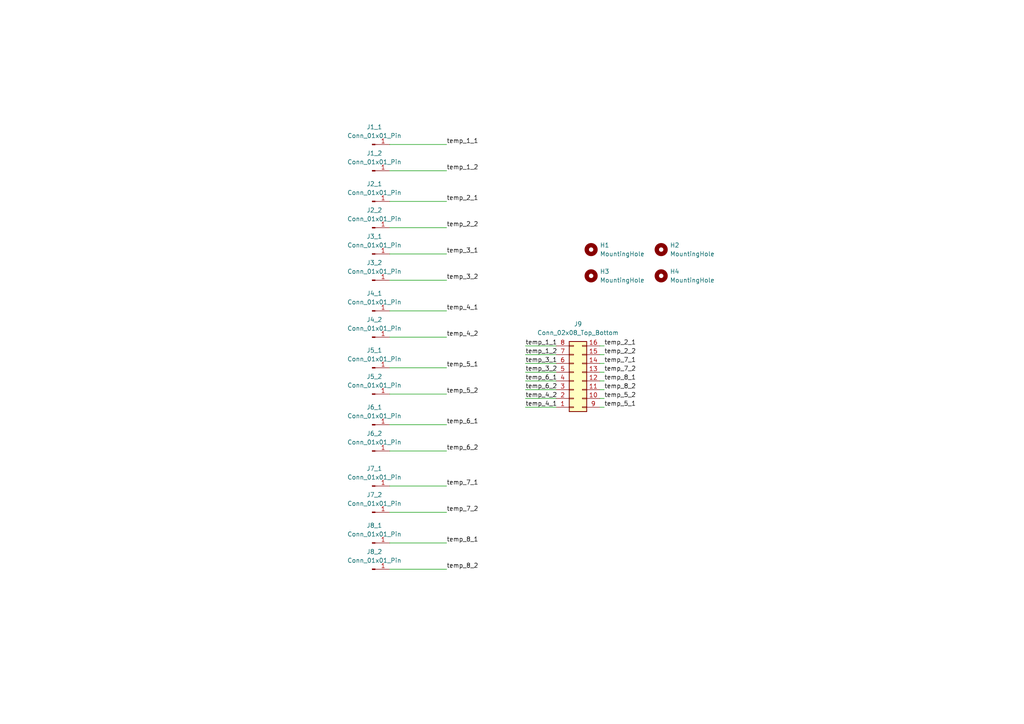
<source format=kicad_sch>
(kicad_sch
	(version 20250114)
	(generator "eeschema")
	(generator_version "9.0")
	(uuid "fdfbf200-511b-497c-97ca-978afe2d6925")
	(paper "A4")
	(lib_symbols
		(symbol "Connector:Conn_01x01_Pin"
			(pin_names
				(offset 1.016)
				(hide yes)
			)
			(exclude_from_sim no)
			(in_bom yes)
			(on_board yes)
			(property "Reference" "J"
				(at 0 2.54 0)
				(effects
					(font
						(size 1.27 1.27)
					)
				)
			)
			(property "Value" "Conn_01x01_Pin"
				(at 0 -2.54 0)
				(effects
					(font
						(size 1.27 1.27)
					)
				)
			)
			(property "Footprint" ""
				(at 0 0 0)
				(effects
					(font
						(size 1.27 1.27)
					)
					(hide yes)
				)
			)
			(property "Datasheet" "~"
				(at 0 0 0)
				(effects
					(font
						(size 1.27 1.27)
					)
					(hide yes)
				)
			)
			(property "Description" "Generic connector, single row, 01x01, script generated"
				(at 0 0 0)
				(effects
					(font
						(size 1.27 1.27)
					)
					(hide yes)
				)
			)
			(property "ki_locked" ""
				(at 0 0 0)
				(effects
					(font
						(size 1.27 1.27)
					)
				)
			)
			(property "ki_keywords" "connector"
				(at 0 0 0)
				(effects
					(font
						(size 1.27 1.27)
					)
					(hide yes)
				)
			)
			(property "ki_fp_filters" "Connector*:*_1x??_*"
				(at 0 0 0)
				(effects
					(font
						(size 1.27 1.27)
					)
					(hide yes)
				)
			)
			(symbol "Conn_01x01_Pin_1_1"
				(rectangle
					(start 0.8636 0.127)
					(end 0 -0.127)
					(stroke
						(width 0.1524)
						(type default)
					)
					(fill
						(type outline)
					)
				)
				(polyline
					(pts
						(xy 1.27 0) (xy 0.8636 0)
					)
					(stroke
						(width 0.1524)
						(type default)
					)
					(fill
						(type none)
					)
				)
				(pin passive line
					(at 5.08 0 180)
					(length 3.81)
					(name "Pin_1"
						(effects
							(font
								(size 1.27 1.27)
							)
						)
					)
					(number "1"
						(effects
							(font
								(size 1.27 1.27)
							)
						)
					)
				)
			)
			(embedded_fonts no)
		)
		(symbol "Connector_Generic:Conn_02x08_Top_Bottom"
			(pin_names
				(offset 1.016)
				(hide yes)
			)
			(exclude_from_sim no)
			(in_bom yes)
			(on_board yes)
			(property "Reference" "J"
				(at 1.27 10.16 0)
				(effects
					(font
						(size 1.27 1.27)
					)
				)
			)
			(property "Value" "Conn_02x08_Top_Bottom"
				(at 1.27 -12.7 0)
				(effects
					(font
						(size 1.27 1.27)
					)
				)
			)
			(property "Footprint" ""
				(at 0 0 0)
				(effects
					(font
						(size 1.27 1.27)
					)
					(hide yes)
				)
			)
			(property "Datasheet" "~"
				(at 0 0 0)
				(effects
					(font
						(size 1.27 1.27)
					)
					(hide yes)
				)
			)
			(property "Description" "Generic connector, double row, 02x08, top/bottom pin numbering scheme (row 1: 1...pins_per_row, row2: pins_per_row+1 ... num_pins), script generated (kicad-library-utils/schlib/autogen/connector/)"
				(at 0 0 0)
				(effects
					(font
						(size 1.27 1.27)
					)
					(hide yes)
				)
			)
			(property "ki_keywords" "connector"
				(at 0 0 0)
				(effects
					(font
						(size 1.27 1.27)
					)
					(hide yes)
				)
			)
			(property "ki_fp_filters" "Connector*:*_2x??_*"
				(at 0 0 0)
				(effects
					(font
						(size 1.27 1.27)
					)
					(hide yes)
				)
			)
			(symbol "Conn_02x08_Top_Bottom_1_1"
				(rectangle
					(start -1.27 8.89)
					(end 3.81 -11.43)
					(stroke
						(width 0.254)
						(type default)
					)
					(fill
						(type background)
					)
				)
				(rectangle
					(start -1.27 7.747)
					(end 0 7.493)
					(stroke
						(width 0.1524)
						(type default)
					)
					(fill
						(type none)
					)
				)
				(rectangle
					(start -1.27 5.207)
					(end 0 4.953)
					(stroke
						(width 0.1524)
						(type default)
					)
					(fill
						(type none)
					)
				)
				(rectangle
					(start -1.27 2.667)
					(end 0 2.413)
					(stroke
						(width 0.1524)
						(type default)
					)
					(fill
						(type none)
					)
				)
				(rectangle
					(start -1.27 0.127)
					(end 0 -0.127)
					(stroke
						(width 0.1524)
						(type default)
					)
					(fill
						(type none)
					)
				)
				(rectangle
					(start -1.27 -2.413)
					(end 0 -2.667)
					(stroke
						(width 0.1524)
						(type default)
					)
					(fill
						(type none)
					)
				)
				(rectangle
					(start -1.27 -4.953)
					(end 0 -5.207)
					(stroke
						(width 0.1524)
						(type default)
					)
					(fill
						(type none)
					)
				)
				(rectangle
					(start -1.27 -7.493)
					(end 0 -7.747)
					(stroke
						(width 0.1524)
						(type default)
					)
					(fill
						(type none)
					)
				)
				(rectangle
					(start -1.27 -10.033)
					(end 0 -10.287)
					(stroke
						(width 0.1524)
						(type default)
					)
					(fill
						(type none)
					)
				)
				(rectangle
					(start 3.81 7.747)
					(end 2.54 7.493)
					(stroke
						(width 0.1524)
						(type default)
					)
					(fill
						(type none)
					)
				)
				(rectangle
					(start 3.81 5.207)
					(end 2.54 4.953)
					(stroke
						(width 0.1524)
						(type default)
					)
					(fill
						(type none)
					)
				)
				(rectangle
					(start 3.81 2.667)
					(end 2.54 2.413)
					(stroke
						(width 0.1524)
						(type default)
					)
					(fill
						(type none)
					)
				)
				(rectangle
					(start 3.81 0.127)
					(end 2.54 -0.127)
					(stroke
						(width 0.1524)
						(type default)
					)
					(fill
						(type none)
					)
				)
				(rectangle
					(start 3.81 -2.413)
					(end 2.54 -2.667)
					(stroke
						(width 0.1524)
						(type default)
					)
					(fill
						(type none)
					)
				)
				(rectangle
					(start 3.81 -4.953)
					(end 2.54 -5.207)
					(stroke
						(width 0.1524)
						(type default)
					)
					(fill
						(type none)
					)
				)
				(rectangle
					(start 3.81 -7.493)
					(end 2.54 -7.747)
					(stroke
						(width 0.1524)
						(type default)
					)
					(fill
						(type none)
					)
				)
				(rectangle
					(start 3.81 -10.033)
					(end 2.54 -10.287)
					(stroke
						(width 0.1524)
						(type default)
					)
					(fill
						(type none)
					)
				)
				(pin passive line
					(at -5.08 7.62 0)
					(length 3.81)
					(name "Pin_1"
						(effects
							(font
								(size 1.27 1.27)
							)
						)
					)
					(number "1"
						(effects
							(font
								(size 1.27 1.27)
							)
						)
					)
				)
				(pin passive line
					(at -5.08 5.08 0)
					(length 3.81)
					(name "Pin_2"
						(effects
							(font
								(size 1.27 1.27)
							)
						)
					)
					(number "2"
						(effects
							(font
								(size 1.27 1.27)
							)
						)
					)
				)
				(pin passive line
					(at -5.08 2.54 0)
					(length 3.81)
					(name "Pin_3"
						(effects
							(font
								(size 1.27 1.27)
							)
						)
					)
					(number "3"
						(effects
							(font
								(size 1.27 1.27)
							)
						)
					)
				)
				(pin passive line
					(at -5.08 0 0)
					(length 3.81)
					(name "Pin_4"
						(effects
							(font
								(size 1.27 1.27)
							)
						)
					)
					(number "4"
						(effects
							(font
								(size 1.27 1.27)
							)
						)
					)
				)
				(pin passive line
					(at -5.08 -2.54 0)
					(length 3.81)
					(name "Pin_5"
						(effects
							(font
								(size 1.27 1.27)
							)
						)
					)
					(number "5"
						(effects
							(font
								(size 1.27 1.27)
							)
						)
					)
				)
				(pin passive line
					(at -5.08 -5.08 0)
					(length 3.81)
					(name "Pin_6"
						(effects
							(font
								(size 1.27 1.27)
							)
						)
					)
					(number "6"
						(effects
							(font
								(size 1.27 1.27)
							)
						)
					)
				)
				(pin passive line
					(at -5.08 -7.62 0)
					(length 3.81)
					(name "Pin_7"
						(effects
							(font
								(size 1.27 1.27)
							)
						)
					)
					(number "7"
						(effects
							(font
								(size 1.27 1.27)
							)
						)
					)
				)
				(pin passive line
					(at -5.08 -10.16 0)
					(length 3.81)
					(name "Pin_8"
						(effects
							(font
								(size 1.27 1.27)
							)
						)
					)
					(number "8"
						(effects
							(font
								(size 1.27 1.27)
							)
						)
					)
				)
				(pin passive line
					(at 7.62 7.62 180)
					(length 3.81)
					(name "Pin_9"
						(effects
							(font
								(size 1.27 1.27)
							)
						)
					)
					(number "9"
						(effects
							(font
								(size 1.27 1.27)
							)
						)
					)
				)
				(pin passive line
					(at 7.62 5.08 180)
					(length 3.81)
					(name "Pin_10"
						(effects
							(font
								(size 1.27 1.27)
							)
						)
					)
					(number "10"
						(effects
							(font
								(size 1.27 1.27)
							)
						)
					)
				)
				(pin passive line
					(at 7.62 2.54 180)
					(length 3.81)
					(name "Pin_11"
						(effects
							(font
								(size 1.27 1.27)
							)
						)
					)
					(number "11"
						(effects
							(font
								(size 1.27 1.27)
							)
						)
					)
				)
				(pin passive line
					(at 7.62 0 180)
					(length 3.81)
					(name "Pin_12"
						(effects
							(font
								(size 1.27 1.27)
							)
						)
					)
					(number "12"
						(effects
							(font
								(size 1.27 1.27)
							)
						)
					)
				)
				(pin passive line
					(at 7.62 -2.54 180)
					(length 3.81)
					(name "Pin_13"
						(effects
							(font
								(size 1.27 1.27)
							)
						)
					)
					(number "13"
						(effects
							(font
								(size 1.27 1.27)
							)
						)
					)
				)
				(pin passive line
					(at 7.62 -5.08 180)
					(length 3.81)
					(name "Pin_14"
						(effects
							(font
								(size 1.27 1.27)
							)
						)
					)
					(number "14"
						(effects
							(font
								(size 1.27 1.27)
							)
						)
					)
				)
				(pin passive line
					(at 7.62 -7.62 180)
					(length 3.81)
					(name "Pin_15"
						(effects
							(font
								(size 1.27 1.27)
							)
						)
					)
					(number "15"
						(effects
							(font
								(size 1.27 1.27)
							)
						)
					)
				)
				(pin passive line
					(at 7.62 -10.16 180)
					(length 3.81)
					(name "Pin_16"
						(effects
							(font
								(size 1.27 1.27)
							)
						)
					)
					(number "16"
						(effects
							(font
								(size 1.27 1.27)
							)
						)
					)
				)
			)
			(embedded_fonts no)
		)
		(symbol "Mechanical:MountingHole"
			(pin_names
				(offset 1.016)
			)
			(exclude_from_sim yes)
			(in_bom no)
			(on_board yes)
			(property "Reference" "H"
				(at 0 5.08 0)
				(effects
					(font
						(size 1.27 1.27)
					)
				)
			)
			(property "Value" "MountingHole"
				(at 0 3.175 0)
				(effects
					(font
						(size 1.27 1.27)
					)
				)
			)
			(property "Footprint" ""
				(at 0 0 0)
				(effects
					(font
						(size 1.27 1.27)
					)
					(hide yes)
				)
			)
			(property "Datasheet" "~"
				(at 0 0 0)
				(effects
					(font
						(size 1.27 1.27)
					)
					(hide yes)
				)
			)
			(property "Description" "Mounting Hole without connection"
				(at 0 0 0)
				(effects
					(font
						(size 1.27 1.27)
					)
					(hide yes)
				)
			)
			(property "ki_keywords" "mounting hole"
				(at 0 0 0)
				(effects
					(font
						(size 1.27 1.27)
					)
					(hide yes)
				)
			)
			(property "ki_fp_filters" "MountingHole*"
				(at 0 0 0)
				(effects
					(font
						(size 1.27 1.27)
					)
					(hide yes)
				)
			)
			(symbol "MountingHole_0_1"
				(circle
					(center 0 0)
					(radius 1.27)
					(stroke
						(width 1.27)
						(type default)
					)
					(fill
						(type none)
					)
				)
			)
			(embedded_fonts no)
		)
	)
	(wire
		(pts
			(xy 173.99 118.11) (xy 175.26 118.11)
		)
		(stroke
			(width 0)
			(type default)
		)
		(uuid "0b32113c-a531-4b6d-aa48-c3fcdf28457f")
	)
	(wire
		(pts
			(xy 152.4 115.57) (xy 161.29 115.57)
		)
		(stroke
			(width 0)
			(type default)
		)
		(uuid "0ca80bbf-c279-479c-aa34-e3747736c12c")
	)
	(wire
		(pts
			(xy 113.03 73.66) (xy 129.54 73.66)
		)
		(stroke
			(width 0)
			(type default)
		)
		(uuid "1470dedb-83fe-4645-aab8-700ce2ec8c55")
	)
	(wire
		(pts
			(xy 113.03 114.3) (xy 129.54 114.3)
		)
		(stroke
			(width 0)
			(type default)
		)
		(uuid "2117680d-9dec-46c3-9b95-7fa615db6b96")
	)
	(wire
		(pts
			(xy 152.4 107.95) (xy 161.29 107.95)
		)
		(stroke
			(width 0)
			(type default)
		)
		(uuid "283278b5-d1ba-49e8-ab26-2dc29faa4769")
	)
	(wire
		(pts
			(xy 173.99 102.87) (xy 175.26 102.87)
		)
		(stroke
			(width 0)
			(type default)
		)
		(uuid "2e4c8e9e-6241-43ca-a8c4-fed4db8264ce")
	)
	(wire
		(pts
			(xy 113.03 123.19) (xy 129.54 123.19)
		)
		(stroke
			(width 0)
			(type default)
		)
		(uuid "3da70dac-a7bd-42fa-b16f-f8b149682ee0")
	)
	(wire
		(pts
			(xy 113.03 66.04) (xy 129.54 66.04)
		)
		(stroke
			(width 0)
			(type default)
		)
		(uuid "3eb26dcc-712e-4f66-bb1b-337fc99e1b8f")
	)
	(wire
		(pts
			(xy 113.03 58.42) (xy 129.54 58.42)
		)
		(stroke
			(width 0)
			(type default)
		)
		(uuid "4072931e-f5e8-454a-9861-f80d1e3b495c")
	)
	(wire
		(pts
			(xy 113.03 41.91) (xy 129.54 41.91)
		)
		(stroke
			(width 0)
			(type default)
		)
		(uuid "48ea3699-167a-44f6-b99e-426e58ca1171")
	)
	(wire
		(pts
			(xy 152.4 100.33) (xy 161.29 100.33)
		)
		(stroke
			(width 0)
			(type default)
		)
		(uuid "4d6f2b8e-669d-4e60-a43f-ba75682763fb")
	)
	(wire
		(pts
			(xy 173.99 100.33) (xy 175.26 100.33)
		)
		(stroke
			(width 0)
			(type default)
		)
		(uuid "50a519a4-62c9-4b9c-941f-265298e9719b")
	)
	(wire
		(pts
			(xy 113.03 49.53) (xy 129.54 49.53)
		)
		(stroke
			(width 0)
			(type default)
		)
		(uuid "53c1ec84-b39f-4a2a-9994-3cabfe717a4d")
	)
	(wire
		(pts
			(xy 113.03 81.28) (xy 129.54 81.28)
		)
		(stroke
			(width 0)
			(type default)
		)
		(uuid "691f9a1c-1c65-4c0a-a6ab-f394debc4305")
	)
	(wire
		(pts
			(xy 113.03 90.17) (xy 129.54 90.17)
		)
		(stroke
			(width 0)
			(type default)
		)
		(uuid "6994e602-61df-41ca-a99f-81784fd78c59")
	)
	(wire
		(pts
			(xy 113.03 106.68) (xy 129.54 106.68)
		)
		(stroke
			(width 0)
			(type default)
		)
		(uuid "760f1cee-ec6a-446b-8512-3d8e6eddafed")
	)
	(wire
		(pts
			(xy 152.4 110.49) (xy 161.29 110.49)
		)
		(stroke
			(width 0)
			(type default)
		)
		(uuid "830ddd38-d1aa-4adc-bd8b-8d858f59750e")
	)
	(wire
		(pts
			(xy 113.03 97.79) (xy 129.54 97.79)
		)
		(stroke
			(width 0)
			(type default)
		)
		(uuid "87f8df70-c84f-4558-9324-3ea302c69b3d")
	)
	(wire
		(pts
			(xy 113.03 130.81) (xy 129.54 130.81)
		)
		(stroke
			(width 0)
			(type default)
		)
		(uuid "8ed316a1-4cdc-437a-bf7a-91eacf8c2eb1")
	)
	(wire
		(pts
			(xy 152.4 113.03) (xy 161.29 113.03)
		)
		(stroke
			(width 0)
			(type default)
		)
		(uuid "99043e5d-b5e1-40ab-b5e7-3ecaa9df8005")
	)
	(wire
		(pts
			(xy 173.99 110.49) (xy 175.26 110.49)
		)
		(stroke
			(width 0)
			(type default)
		)
		(uuid "9a043c88-e7f4-49e6-985f-9d5e2d296220")
	)
	(wire
		(pts
			(xy 173.99 115.57) (xy 175.26 115.57)
		)
		(stroke
			(width 0)
			(type default)
		)
		(uuid "a0716c8c-18dd-4cb3-8e13-5628e5f8751c")
	)
	(wire
		(pts
			(xy 152.4 102.87) (xy 161.29 102.87)
		)
		(stroke
			(width 0)
			(type default)
		)
		(uuid "b53fe553-a1e6-436a-9e79-4b8d9855d6bc")
	)
	(wire
		(pts
			(xy 113.03 148.59) (xy 129.54 148.59)
		)
		(stroke
			(width 0)
			(type default)
		)
		(uuid "b65c1177-92b8-4892-91e5-924cf6a8aa31")
	)
	(wire
		(pts
			(xy 113.03 165.1) (xy 129.54 165.1)
		)
		(stroke
			(width 0)
			(type default)
		)
		(uuid "b8793af8-7f96-4d30-a863-1dcb7f5ae6b7")
	)
	(wire
		(pts
			(xy 113.03 157.48) (xy 129.54 157.48)
		)
		(stroke
			(width 0)
			(type default)
		)
		(uuid "c34ffb6c-19e0-4e1d-88ed-517fdd45bd14")
	)
	(wire
		(pts
			(xy 152.4 105.41) (xy 161.29 105.41)
		)
		(stroke
			(width 0)
			(type default)
		)
		(uuid "c963a695-f830-4012-9e98-738ba2b2a077")
	)
	(wire
		(pts
			(xy 173.99 105.41) (xy 175.26 105.41)
		)
		(stroke
			(width 0)
			(type default)
		)
		(uuid "d3099ff5-cc36-4af4-b812-c4c121fd8a70")
	)
	(wire
		(pts
			(xy 152.4 118.11) (xy 161.29 118.11)
		)
		(stroke
			(width 0)
			(type default)
		)
		(uuid "d61ac327-9167-4be5-91a6-9709410c0e5d")
	)
	(wire
		(pts
			(xy 113.03 140.97) (xy 129.54 140.97)
		)
		(stroke
			(width 0)
			(type default)
		)
		(uuid "dbca6512-63e0-420c-9924-44cb773ddf8b")
	)
	(wire
		(pts
			(xy 173.99 107.95) (xy 175.26 107.95)
		)
		(stroke
			(width 0)
			(type default)
		)
		(uuid "e70b6a02-21ff-4eb2-b948-d9b2e12cc9ff")
	)
	(wire
		(pts
			(xy 173.99 113.03) (xy 175.26 113.03)
		)
		(stroke
			(width 0)
			(type default)
		)
		(uuid "e7143863-3bd6-48fa-8596-ee6f4d00f4b9")
	)
	(label "temp_3_2"
		(at 152.4 107.95 0)
		(effects
			(font
				(size 1.27 1.27)
			)
			(justify left bottom)
		)
		(uuid "0171354d-c999-48f3-8caf-41368ee53698")
	)
	(label "temp_8_1"
		(at 129.54 157.48 0)
		(effects
			(font
				(size 1.27 1.27)
			)
			(justify left bottom)
		)
		(uuid "026459e6-d021-48a7-b7ce-56d7ac9766c1")
	)
	(label "temp_6_2"
		(at 152.4 113.03 0)
		(effects
			(font
				(size 1.27 1.27)
			)
			(justify left bottom)
		)
		(uuid "0706b4cd-fc33-4f54-a287-d675a3726183")
	)
	(label "temp_3_1"
		(at 152.4 105.41 0)
		(effects
			(font
				(size 1.27 1.27)
			)
			(justify left bottom)
		)
		(uuid "07bd2988-f811-4bab-ad32-8894efe42a75")
	)
	(label "temp_3_1"
		(at 129.54 73.66 0)
		(effects
			(font
				(size 1.27 1.27)
			)
			(justify left bottom)
		)
		(uuid "12180158-017a-46d4-9928-bc38d64af6eb")
	)
	(label "temp_3_2"
		(at 129.54 81.28 0)
		(effects
			(font
				(size 1.27 1.27)
			)
			(justify left bottom)
		)
		(uuid "19d749be-3f0b-423d-bb12-a25683b36026")
	)
	(label "temp_6_1"
		(at 152.4 110.49 0)
		(effects
			(font
				(size 1.27 1.27)
			)
			(justify left bottom)
		)
		(uuid "1ec13b0d-2ecc-4000-ae65-f331708fc409")
	)
	(label "temp_2_2"
		(at 129.54 66.04 0)
		(effects
			(font
				(size 1.27 1.27)
			)
			(justify left bottom)
		)
		(uuid "1f5ecc3e-c1a0-4275-bf16-68c6a61f17bc")
	)
	(label "temp_5_2"
		(at 175.26 115.57 0)
		(effects
			(font
				(size 1.27 1.27)
			)
			(justify left bottom)
		)
		(uuid "211b2355-7aef-49d0-bf36-f5510c029c5d")
	)
	(label "temp_1_1"
		(at 152.4 100.33 0)
		(effects
			(font
				(size 1.27 1.27)
			)
			(justify left bottom)
		)
		(uuid "2388a7b3-d19d-433a-88da-728d897268d6")
	)
	(label "temp_7_1"
		(at 175.26 105.41 0)
		(effects
			(font
				(size 1.27 1.27)
			)
			(justify left bottom)
		)
		(uuid "32b99c3c-8427-4ab7-a283-c5e265e314ee")
	)
	(label "temp_1_2"
		(at 152.4 102.87 0)
		(effects
			(font
				(size 1.27 1.27)
			)
			(justify left bottom)
		)
		(uuid "34ddd331-99af-41bf-a685-ee62dd760d87")
	)
	(label "temp_1_1"
		(at 129.54 41.91 0)
		(effects
			(font
				(size 1.27 1.27)
			)
			(justify left bottom)
		)
		(uuid "425f2c29-3573-4655-9e25-c8a583c95fa6")
	)
	(label "temp_4_1"
		(at 129.54 90.17 0)
		(effects
			(font
				(size 1.27 1.27)
			)
			(justify left bottom)
		)
		(uuid "46f228dd-21f1-4436-b27c-11fc40acf1e6")
	)
	(label "temp_2_2"
		(at 175.26 102.87 0)
		(effects
			(font
				(size 1.27 1.27)
			)
			(justify left bottom)
		)
		(uuid "4fce165f-a402-469f-9dcf-511bd67f00e3")
	)
	(label "temp_8_2"
		(at 129.54 165.1 0)
		(effects
			(font
				(size 1.27 1.27)
			)
			(justify left bottom)
		)
		(uuid "5d4e64fa-a2cc-4659-b494-90f519998cd6")
	)
	(label "temp_4_1"
		(at 152.4 118.11 0)
		(effects
			(font
				(size 1.27 1.27)
			)
			(justify left bottom)
		)
		(uuid "5e060a87-15e6-495c-bcc8-902dc0fb2dd2")
	)
	(label "temp_1_2"
		(at 129.54 49.53 0)
		(effects
			(font
				(size 1.27 1.27)
			)
			(justify left bottom)
		)
		(uuid "67c71672-12f9-44cf-ad88-8fc8e75830c5")
	)
	(label "temp_4_2"
		(at 129.54 97.79 0)
		(effects
			(font
				(size 1.27 1.27)
			)
			(justify left bottom)
		)
		(uuid "76aeb9fa-761a-48e0-8793-7f32b2c02a4a")
	)
	(label "temp_8_2"
		(at 175.26 113.03 0)
		(effects
			(font
				(size 1.27 1.27)
			)
			(justify left bottom)
		)
		(uuid "76ef5978-ed39-4cac-b532-cabd382f1fe1")
	)
	(label "temp_8_1"
		(at 175.26 110.49 0)
		(effects
			(font
				(size 1.27 1.27)
			)
			(justify left bottom)
		)
		(uuid "804b9f36-5c12-4b22-91e9-c834ed061061")
	)
	(label "temp_7_2"
		(at 175.26 107.95 0)
		(effects
			(font
				(size 1.27 1.27)
			)
			(justify left bottom)
		)
		(uuid "98dbdf18-b3dd-4148-8c79-620f957b8f38")
	)
	(label "temp_2_1"
		(at 175.26 100.33 0)
		(effects
			(font
				(size 1.27 1.27)
			)
			(justify left bottom)
		)
		(uuid "9cb5eef5-f5dc-4bd3-84b6-4d920780edd8")
	)
	(label "temp_4_2"
		(at 152.4 115.57 0)
		(effects
			(font
				(size 1.27 1.27)
			)
			(justify left bottom)
		)
		(uuid "a6780a18-bcf1-4c5c-b315-3eef9101c207")
	)
	(label "temp_2_1"
		(at 129.54 58.42 0)
		(effects
			(font
				(size 1.27 1.27)
			)
			(justify left bottom)
		)
		(uuid "afed4f0e-30b9-4272-9c82-a94c6131832d")
	)
	(label "temp_7_1"
		(at 129.54 140.97 0)
		(effects
			(font
				(size 1.27 1.27)
			)
			(justify left bottom)
		)
		(uuid "b52fd21d-c3a1-4961-b89a-ab002733edb7")
	)
	(label "temp_6_1"
		(at 129.54 123.19 0)
		(effects
			(font
				(size 1.27 1.27)
			)
			(justify left bottom)
		)
		(uuid "bf48434b-1693-45bf-8f68-7195b2c6f319")
	)
	(label "temp_5_2"
		(at 129.54 114.3 0)
		(effects
			(font
				(size 1.27 1.27)
			)
			(justify left bottom)
		)
		(uuid "d0607631-383c-4cd2-b881-90f915bac661")
	)
	(label "temp_6_2"
		(at 129.54 130.81 0)
		(effects
			(font
				(size 1.27 1.27)
			)
			(justify left bottom)
		)
		(uuid "d602be7a-6b56-4204-a45d-1da2ad0d637e")
	)
	(label "temp_7_2"
		(at 129.54 148.59 0)
		(effects
			(font
				(size 1.27 1.27)
			)
			(justify left bottom)
		)
		(uuid "e7d2dea0-a442-473e-9cb8-90c2b806b2b5")
	)
	(label "temp_5_1"
		(at 175.26 118.11 0)
		(effects
			(font
				(size 1.27 1.27)
			)
			(justify left bottom)
		)
		(uuid "f22981ed-4fcc-4375-96c7-289a28c293ec")
	)
	(label "temp_5_1"
		(at 129.54 106.68 0)
		(effects
			(font
				(size 1.27 1.27)
			)
			(justify left bottom)
		)
		(uuid "f5d6104d-dd18-4c62-83fc-842b99d9930d")
	)
	(symbol
		(lib_id "Connector:Conn_01x01_Pin")
		(at 107.95 165.1 0)
		(unit 1)
		(exclude_from_sim no)
		(in_bom yes)
		(on_board yes)
		(dnp no)
		(fields_autoplaced yes)
		(uuid "044bb846-34db-49ff-b132-889c168ec984")
		(property "Reference" "J8_2"
			(at 108.585 160.02 0)
			(effects
				(font
					(size 1.27 1.27)
				)
			)
		)
		(property "Value" "Conn_01x01_Pin"
			(at 108.585 162.56 0)
			(effects
				(font
					(size 1.27 1.27)
				)
			)
		)
		(property "Footprint" "Connector_PinHeader_2.00mm:PinHeader_1x01_P2.00mm_Vertical"
			(at 107.95 165.1 0)
			(effects
				(font
					(size 1.27 1.27)
				)
				(hide yes)
			)
		)
		(property "Datasheet" "~"
			(at 107.95 165.1 0)
			(effects
				(font
					(size 1.27 1.27)
				)
				(hide yes)
			)
		)
		(property "Description" "Generic connector, single row, 01x01, script generated"
			(at 107.95 165.1 0)
			(effects
				(font
					(size 1.27 1.27)
				)
				(hide yes)
			)
		)
		(pin "1"
			(uuid "aa2902cd-a08d-4e10-b312-873b21b27f71")
		)
		(instances
			(project "accum_pcb_under"
				(path "/fdfbf200-511b-497c-97ca-978afe2d6925"
					(reference "J8_2")
					(unit 1)
				)
			)
		)
	)
	(symbol
		(lib_id "Connector:Conn_01x01_Pin")
		(at 107.95 58.42 0)
		(unit 1)
		(exclude_from_sim no)
		(in_bom yes)
		(on_board yes)
		(dnp no)
		(fields_autoplaced yes)
		(uuid "1e24982c-cc20-46c3-af97-8c97e4455a7c")
		(property "Reference" "J2_1"
			(at 108.585 53.34 0)
			(effects
				(font
					(size 1.27 1.27)
				)
			)
		)
		(property "Value" "Conn_01x01_Pin"
			(at 108.585 55.88 0)
			(effects
				(font
					(size 1.27 1.27)
				)
			)
		)
		(property "Footprint" "Connector_PinHeader_2.00mm:PinHeader_1x01_P2.00mm_Vertical"
			(at 107.95 58.42 0)
			(effects
				(font
					(size 1.27 1.27)
				)
				(hide yes)
			)
		)
		(property "Datasheet" "~"
			(at 107.95 58.42 0)
			(effects
				(font
					(size 1.27 1.27)
				)
				(hide yes)
			)
		)
		(property "Description" "Generic connector, single row, 01x01, script generated"
			(at 107.95 58.42 0)
			(effects
				(font
					(size 1.27 1.27)
				)
				(hide yes)
			)
		)
		(pin "1"
			(uuid "0e58912b-4d65-4aa5-9e57-e883e9226c85")
		)
		(instances
			(project "accum_pcb_under"
				(path "/fdfbf200-511b-497c-97ca-978afe2d6925"
					(reference "J2_1")
					(unit 1)
				)
			)
		)
	)
	(symbol
		(lib_id "Connector:Conn_01x01_Pin")
		(at 107.95 97.79 0)
		(unit 1)
		(exclude_from_sim no)
		(in_bom yes)
		(on_board yes)
		(dnp no)
		(fields_autoplaced yes)
		(uuid "2e52397b-4453-47bf-8ea2-cf1c11dc0dcc")
		(property "Reference" "J4_2"
			(at 108.585 92.71 0)
			(effects
				(font
					(size 1.27 1.27)
				)
			)
		)
		(property "Value" "Conn_01x01_Pin"
			(at 108.585 95.25 0)
			(effects
				(font
					(size 1.27 1.27)
				)
			)
		)
		(property "Footprint" "Connector_PinHeader_2.00mm:PinHeader_1x01_P2.00mm_Vertical"
			(at 107.95 97.79 0)
			(effects
				(font
					(size 1.27 1.27)
				)
				(hide yes)
			)
		)
		(property "Datasheet" "~"
			(at 107.95 97.79 0)
			(effects
				(font
					(size 1.27 1.27)
				)
				(hide yes)
			)
		)
		(property "Description" "Generic connector, single row, 01x01, script generated"
			(at 107.95 97.79 0)
			(effects
				(font
					(size 1.27 1.27)
				)
				(hide yes)
			)
		)
		(pin "1"
			(uuid "242736ef-c2de-466c-90ae-b9dad8ea3909")
		)
		(instances
			(project "accum_pcb_under"
				(path "/fdfbf200-511b-497c-97ca-978afe2d6925"
					(reference "J4_2")
					(unit 1)
				)
			)
		)
	)
	(symbol
		(lib_id "Connector:Conn_01x01_Pin")
		(at 107.95 81.28 0)
		(unit 1)
		(exclude_from_sim no)
		(in_bom yes)
		(on_board yes)
		(dnp no)
		(fields_autoplaced yes)
		(uuid "37ddfb86-ac3e-4efb-8773-95afe8f162a2")
		(property "Reference" "J3_2"
			(at 108.585 76.2 0)
			(effects
				(font
					(size 1.27 1.27)
				)
			)
		)
		(property "Value" "Conn_01x01_Pin"
			(at 108.585 78.74 0)
			(effects
				(font
					(size 1.27 1.27)
				)
			)
		)
		(property "Footprint" "Connector_PinHeader_2.00mm:PinHeader_1x01_P2.00mm_Vertical"
			(at 107.95 81.28 0)
			(effects
				(font
					(size 1.27 1.27)
				)
				(hide yes)
			)
		)
		(property "Datasheet" "~"
			(at 107.95 81.28 0)
			(effects
				(font
					(size 1.27 1.27)
				)
				(hide yes)
			)
		)
		(property "Description" "Generic connector, single row, 01x01, script generated"
			(at 107.95 81.28 0)
			(effects
				(font
					(size 1.27 1.27)
				)
				(hide yes)
			)
		)
		(pin "1"
			(uuid "5a54c577-cf44-445e-b37a-1d0bf5f803b0")
		)
		(instances
			(project "accum_pcb_under"
				(path "/fdfbf200-511b-497c-97ca-978afe2d6925"
					(reference "J3_2")
					(unit 1)
				)
			)
		)
	)
	(symbol
		(lib_id "Connector:Conn_01x01_Pin")
		(at 107.95 140.97 0)
		(unit 1)
		(exclude_from_sim no)
		(in_bom yes)
		(on_board yes)
		(dnp no)
		(fields_autoplaced yes)
		(uuid "4efd0a28-8690-40a8-b992-7cc58c6fc419")
		(property "Reference" "J7_1"
			(at 108.585 135.89 0)
			(effects
				(font
					(size 1.27 1.27)
				)
			)
		)
		(property "Value" "Conn_01x01_Pin"
			(at 108.585 138.43 0)
			(effects
				(font
					(size 1.27 1.27)
				)
			)
		)
		(property "Footprint" "Connector_PinHeader_2.00mm:PinHeader_1x01_P2.00mm_Vertical"
			(at 107.95 140.97 0)
			(effects
				(font
					(size 1.27 1.27)
				)
				(hide yes)
			)
		)
		(property "Datasheet" "~"
			(at 107.95 140.97 0)
			(effects
				(font
					(size 1.27 1.27)
				)
				(hide yes)
			)
		)
		(property "Description" "Generic connector, single row, 01x01, script generated"
			(at 107.95 140.97 0)
			(effects
				(font
					(size 1.27 1.27)
				)
				(hide yes)
			)
		)
		(pin "1"
			(uuid "4a232da6-bf8b-4321-b152-1d9f5617f849")
		)
		(instances
			(project "accum_pcb_under"
				(path "/fdfbf200-511b-497c-97ca-978afe2d6925"
					(reference "J7_1")
					(unit 1)
				)
			)
		)
	)
	(symbol
		(lib_id "Connector:Conn_01x01_Pin")
		(at 107.95 157.48 0)
		(unit 1)
		(exclude_from_sim no)
		(in_bom yes)
		(on_board yes)
		(dnp no)
		(fields_autoplaced yes)
		(uuid "504449f4-f7e0-4643-85fe-16e978217065")
		(property "Reference" "J8_1"
			(at 108.585 152.4 0)
			(effects
				(font
					(size 1.27 1.27)
				)
			)
		)
		(property "Value" "Conn_01x01_Pin"
			(at 108.585 154.94 0)
			(effects
				(font
					(size 1.27 1.27)
				)
			)
		)
		(property "Footprint" "Connector_PinHeader_2.00mm:PinHeader_1x01_P2.00mm_Vertical"
			(at 107.95 157.48 0)
			(effects
				(font
					(size 1.27 1.27)
				)
				(hide yes)
			)
		)
		(property "Datasheet" "~"
			(at 107.95 157.48 0)
			(effects
				(font
					(size 1.27 1.27)
				)
				(hide yes)
			)
		)
		(property "Description" "Generic connector, single row, 01x01, script generated"
			(at 107.95 157.48 0)
			(effects
				(font
					(size 1.27 1.27)
				)
				(hide yes)
			)
		)
		(pin "1"
			(uuid "048f1393-6b87-42d3-96a3-fa178e57d16e")
		)
		(instances
			(project "accum_pcb_under"
				(path "/fdfbf200-511b-497c-97ca-978afe2d6925"
					(reference "J8_1")
					(unit 1)
				)
			)
		)
	)
	(symbol
		(lib_id "Connector:Conn_01x01_Pin")
		(at 107.95 90.17 0)
		(unit 1)
		(exclude_from_sim no)
		(in_bom yes)
		(on_board yes)
		(dnp no)
		(fields_autoplaced yes)
		(uuid "66c789e3-fb0c-491a-813f-48268923a99c")
		(property "Reference" "J4_1"
			(at 108.585 85.09 0)
			(effects
				(font
					(size 1.27 1.27)
				)
			)
		)
		(property "Value" "Conn_01x01_Pin"
			(at 108.585 87.63 0)
			(effects
				(font
					(size 1.27 1.27)
				)
			)
		)
		(property "Footprint" "Connector_PinHeader_2.00mm:PinHeader_1x01_P2.00mm_Vertical"
			(at 107.95 90.17 0)
			(effects
				(font
					(size 1.27 1.27)
				)
				(hide yes)
			)
		)
		(property "Datasheet" "~"
			(at 107.95 90.17 0)
			(effects
				(font
					(size 1.27 1.27)
				)
				(hide yes)
			)
		)
		(property "Description" "Generic connector, single row, 01x01, script generated"
			(at 107.95 90.17 0)
			(effects
				(font
					(size 1.27 1.27)
				)
				(hide yes)
			)
		)
		(pin "1"
			(uuid "e33dc4a0-0d95-492d-ae06-bad2dec91def")
		)
		(instances
			(project "accum_pcb_under"
				(path "/fdfbf200-511b-497c-97ca-978afe2d6925"
					(reference "J4_1")
					(unit 1)
				)
			)
		)
	)
	(symbol
		(lib_id "Connector:Conn_01x01_Pin")
		(at 107.95 123.19 0)
		(unit 1)
		(exclude_from_sim no)
		(in_bom yes)
		(on_board yes)
		(dnp no)
		(fields_autoplaced yes)
		(uuid "6dcc2d43-75d7-4034-a82d-d0fa3496c875")
		(property "Reference" "J6_1"
			(at 108.585 118.11 0)
			(effects
				(font
					(size 1.27 1.27)
				)
			)
		)
		(property "Value" "Conn_01x01_Pin"
			(at 108.585 120.65 0)
			(effects
				(font
					(size 1.27 1.27)
				)
			)
		)
		(property "Footprint" "Connector_PinHeader_2.00mm:PinHeader_1x01_P2.00mm_Vertical"
			(at 107.95 123.19 0)
			(effects
				(font
					(size 1.27 1.27)
				)
				(hide yes)
			)
		)
		(property "Datasheet" "~"
			(at 107.95 123.19 0)
			(effects
				(font
					(size 1.27 1.27)
				)
				(hide yes)
			)
		)
		(property "Description" "Generic connector, single row, 01x01, script generated"
			(at 107.95 123.19 0)
			(effects
				(font
					(size 1.27 1.27)
				)
				(hide yes)
			)
		)
		(pin "1"
			(uuid "4f179d44-a6fb-4522-9fc3-3097690aa839")
		)
		(instances
			(project "accum_pcb_under"
				(path "/fdfbf200-511b-497c-97ca-978afe2d6925"
					(reference "J6_1")
					(unit 1)
				)
			)
		)
	)
	(symbol
		(lib_id "Connector_Generic:Conn_02x08_Top_Bottom")
		(at 166.37 110.49 0)
		(mirror x)
		(unit 1)
		(exclude_from_sim no)
		(in_bom yes)
		(on_board yes)
		(dnp no)
		(fields_autoplaced yes)
		(uuid "76d490d3-6950-4f36-a349-82f31f4cd221")
		(property "Reference" "J9"
			(at 167.64 93.98 0)
			(effects
				(font
					(size 1.27 1.27)
				)
			)
		)
		(property "Value" "Conn_02x08_Top_Bottom"
			(at 167.64 96.52 0)
			(effects
				(font
					(size 1.27 1.27)
				)
			)
		)
		(property "Footprint" "Connector_Molex:Molex_Micro-Fit_3.0_43045-1612_2x08_P3.00mm_Vertical"
			(at 166.37 110.49 0)
			(effects
				(font
					(size 1.27 1.27)
				)
				(hide yes)
			)
		)
		(property "Datasheet" "~"
			(at 166.37 110.49 0)
			(effects
				(font
					(size 1.27 1.27)
				)
				(hide yes)
			)
		)
		(property "Description" "Generic connector, double row, 02x08, top/bottom pin numbering scheme (row 1: 1...pins_per_row, row2: pins_per_row+1 ... num_pins), script generated (kicad-library-utils/schlib/autogen/connector/)"
			(at 166.37 110.49 0)
			(effects
				(font
					(size 1.27 1.27)
				)
				(hide yes)
			)
		)
		(pin "12"
			(uuid "de84bee5-66fa-4160-8f54-49589f250d0c")
		)
		(pin "3"
			(uuid "789ec0d6-d0be-4633-8d00-34c09c6ba54e")
		)
		(pin "7"
			(uuid "c5a5d4e7-568b-4d05-bb96-16dba01b1a36")
		)
		(pin "1"
			(uuid "1e41d94a-1a8d-4739-8da5-8fe112fcfbc1")
		)
		(pin "8"
			(uuid "a2c0b3f9-09e0-4948-850f-be5c70478907")
		)
		(pin "9"
			(uuid "7d65d131-f4f1-4fdf-9dac-ad3d04cde850")
		)
		(pin "13"
			(uuid "8cfd1cb1-b98c-448d-87cb-dd0b50be55f3")
		)
		(pin "14"
			(uuid "00f69977-8518-4039-af30-a7f37c690e4c")
		)
		(pin "6"
			(uuid "8a80dcaa-8468-4332-858d-6c51895f314a")
		)
		(pin "10"
			(uuid "134575ee-42f6-4cc1-b573-16f8a1b70d3d")
		)
		(pin "5"
			(uuid "ac8d3a5e-011e-435b-9f4c-0591be198c11")
		)
		(pin "4"
			(uuid "35e87046-bfd7-4e05-b652-83cd17efd79f")
		)
		(pin "11"
			(uuid "e4e4b2ca-29dc-47fd-839e-c43c48eac5fb")
		)
		(pin "2"
			(uuid "87f45446-b039-4042-99da-784266e2ef23")
		)
		(pin "15"
			(uuid "4b746b9e-d062-4467-b7db-4732437b440c")
		)
		(pin "16"
			(uuid "0fe4acdb-3173-45d4-b185-98e7fa5b1190")
		)
		(instances
			(project ""
				(path "/fdfbf200-511b-497c-97ca-978afe2d6925"
					(reference "J9")
					(unit 1)
				)
			)
		)
	)
	(symbol
		(lib_id "Mechanical:MountingHole")
		(at 191.77 72.39 0)
		(unit 1)
		(exclude_from_sim yes)
		(in_bom no)
		(on_board yes)
		(dnp no)
		(fields_autoplaced yes)
		(uuid "787f1b3c-04c8-449e-b1ea-7dbf1a292377")
		(property "Reference" "H2"
			(at 194.31 71.1199 0)
			(effects
				(font
					(size 1.27 1.27)
				)
				(justify left)
			)
		)
		(property "Value" "MountingHole"
			(at 194.31 73.6599 0)
			(effects
				(font
					(size 1.27 1.27)
				)
				(justify left)
			)
		)
		(property "Footprint" "MountingHole:MountingHole_4.3mm_M4"
			(at 191.77 72.39 0)
			(effects
				(font
					(size 1.27 1.27)
				)
				(hide yes)
			)
		)
		(property "Datasheet" "~"
			(at 191.77 72.39 0)
			(effects
				(font
					(size 1.27 1.27)
				)
				(hide yes)
			)
		)
		(property "Description" "Mounting Hole without connection"
			(at 191.77 72.39 0)
			(effects
				(font
					(size 1.27 1.27)
				)
				(hide yes)
			)
		)
		(instances
			(project "accum_pcb_under"
				(path "/fdfbf200-511b-497c-97ca-978afe2d6925"
					(reference "H2")
					(unit 1)
				)
			)
		)
	)
	(symbol
		(lib_id "Connector:Conn_01x01_Pin")
		(at 107.95 66.04 0)
		(unit 1)
		(exclude_from_sim no)
		(in_bom yes)
		(on_board yes)
		(dnp no)
		(fields_autoplaced yes)
		(uuid "84e67b92-7808-4099-a819-9c96dad281a9")
		(property "Reference" "J2_2"
			(at 108.585 60.96 0)
			(effects
				(font
					(size 1.27 1.27)
				)
			)
		)
		(property "Value" "Conn_01x01_Pin"
			(at 108.585 63.5 0)
			(effects
				(font
					(size 1.27 1.27)
				)
			)
		)
		(property "Footprint" "Connector_PinHeader_2.00mm:PinHeader_1x01_P2.00mm_Vertical"
			(at 107.95 66.04 0)
			(effects
				(font
					(size 1.27 1.27)
				)
				(hide yes)
			)
		)
		(property "Datasheet" "~"
			(at 107.95 66.04 0)
			(effects
				(font
					(size 1.27 1.27)
				)
				(hide yes)
			)
		)
		(property "Description" "Generic connector, single row, 01x01, script generated"
			(at 107.95 66.04 0)
			(effects
				(font
					(size 1.27 1.27)
				)
				(hide yes)
			)
		)
		(pin "1"
			(uuid "0af222e0-d6f6-4845-ae34-9dab1fefb014")
		)
		(instances
			(project "accum_pcb_under"
				(path "/fdfbf200-511b-497c-97ca-978afe2d6925"
					(reference "J2_2")
					(unit 1)
				)
			)
		)
	)
	(symbol
		(lib_id "Mechanical:MountingHole")
		(at 171.45 72.39 0)
		(unit 1)
		(exclude_from_sim yes)
		(in_bom no)
		(on_board yes)
		(dnp no)
		(fields_autoplaced yes)
		(uuid "8f3ce2fa-2fb6-4a66-96f0-79fb0ab06c31")
		(property "Reference" "H1"
			(at 173.99 71.1199 0)
			(effects
				(font
					(size 1.27 1.27)
				)
				(justify left)
			)
		)
		(property "Value" "MountingHole"
			(at 173.99 73.6599 0)
			(effects
				(font
					(size 1.27 1.27)
				)
				(justify left)
			)
		)
		(property "Footprint" "MountingHole:MountingHole_4.3mm_M4"
			(at 171.45 72.39 0)
			(effects
				(font
					(size 1.27 1.27)
				)
				(hide yes)
			)
		)
		(property "Datasheet" "~"
			(at 171.45 72.39 0)
			(effects
				(font
					(size 1.27 1.27)
				)
				(hide yes)
			)
		)
		(property "Description" "Mounting Hole without connection"
			(at 171.45 72.39 0)
			(effects
				(font
					(size 1.27 1.27)
				)
				(hide yes)
			)
		)
		(instances
			(project ""
				(path "/fdfbf200-511b-497c-97ca-978afe2d6925"
					(reference "H1")
					(unit 1)
				)
			)
		)
	)
	(symbol
		(lib_id "Connector:Conn_01x01_Pin")
		(at 107.95 114.3 0)
		(unit 1)
		(exclude_from_sim no)
		(in_bom yes)
		(on_board yes)
		(dnp no)
		(fields_autoplaced yes)
		(uuid "9c432466-1a0a-408d-8cfb-bbe8af2912ab")
		(property "Reference" "J5_2"
			(at 108.585 109.22 0)
			(effects
				(font
					(size 1.27 1.27)
				)
			)
		)
		(property "Value" "Conn_01x01_Pin"
			(at 108.585 111.76 0)
			(effects
				(font
					(size 1.27 1.27)
				)
			)
		)
		(property "Footprint" "Connector_PinHeader_2.00mm:PinHeader_1x01_P2.00mm_Vertical"
			(at 107.95 114.3 0)
			(effects
				(font
					(size 1.27 1.27)
				)
				(hide yes)
			)
		)
		(property "Datasheet" "~"
			(at 107.95 114.3 0)
			(effects
				(font
					(size 1.27 1.27)
				)
				(hide yes)
			)
		)
		(property "Description" "Generic connector, single row, 01x01, script generated"
			(at 107.95 114.3 0)
			(effects
				(font
					(size 1.27 1.27)
				)
				(hide yes)
			)
		)
		(pin "1"
			(uuid "5ab4f0dc-e36a-4894-890c-1e4ad8a443c1")
		)
		(instances
			(project "accum_pcb_under"
				(path "/fdfbf200-511b-497c-97ca-978afe2d6925"
					(reference "J5_2")
					(unit 1)
				)
			)
		)
	)
	(symbol
		(lib_id "Connector:Conn_01x01_Pin")
		(at 107.95 106.68 0)
		(unit 1)
		(exclude_from_sim no)
		(in_bom yes)
		(on_board yes)
		(dnp no)
		(fields_autoplaced yes)
		(uuid "9d877728-f2bf-44bb-b1df-2d43bb638338")
		(property "Reference" "J5_1"
			(at 108.585 101.6 0)
			(effects
				(font
					(size 1.27 1.27)
				)
			)
		)
		(property "Value" "Conn_01x01_Pin"
			(at 108.585 104.14 0)
			(effects
				(font
					(size 1.27 1.27)
				)
			)
		)
		(property "Footprint" "Connector_PinHeader_2.00mm:PinHeader_1x01_P2.00mm_Vertical"
			(at 107.95 106.68 0)
			(effects
				(font
					(size 1.27 1.27)
				)
				(hide yes)
			)
		)
		(property "Datasheet" "~"
			(at 107.95 106.68 0)
			(effects
				(font
					(size 1.27 1.27)
				)
				(hide yes)
			)
		)
		(property "Description" "Generic connector, single row, 01x01, script generated"
			(at 107.95 106.68 0)
			(effects
				(font
					(size 1.27 1.27)
				)
				(hide yes)
			)
		)
		(pin "1"
			(uuid "dd0f7c60-3fcb-466e-b609-198f3d18cf4c")
		)
		(instances
			(project "accum_pcb_under"
				(path "/fdfbf200-511b-497c-97ca-978afe2d6925"
					(reference "J5_1")
					(unit 1)
				)
			)
		)
	)
	(symbol
		(lib_id "Connector:Conn_01x01_Pin")
		(at 107.95 73.66 0)
		(unit 1)
		(exclude_from_sim no)
		(in_bom yes)
		(on_board yes)
		(dnp no)
		(fields_autoplaced yes)
		(uuid "b138dfa0-a240-4011-ac16-e6237c0b3e44")
		(property "Reference" "J3_1"
			(at 108.585 68.58 0)
			(effects
				(font
					(size 1.27 1.27)
				)
			)
		)
		(property "Value" "Conn_01x01_Pin"
			(at 108.585 71.12 0)
			(effects
				(font
					(size 1.27 1.27)
				)
			)
		)
		(property "Footprint" "Connector_PinHeader_2.00mm:PinHeader_1x01_P2.00mm_Vertical"
			(at 107.95 73.66 0)
			(effects
				(font
					(size 1.27 1.27)
				)
				(hide yes)
			)
		)
		(property "Datasheet" "~"
			(at 107.95 73.66 0)
			(effects
				(font
					(size 1.27 1.27)
				)
				(hide yes)
			)
		)
		(property "Description" "Generic connector, single row, 01x01, script generated"
			(at 107.95 73.66 0)
			(effects
				(font
					(size 1.27 1.27)
				)
				(hide yes)
			)
		)
		(pin "1"
			(uuid "310f4fd0-c057-403a-a08b-e99fde96481f")
		)
		(instances
			(project "accum_pcb_under"
				(path "/fdfbf200-511b-497c-97ca-978afe2d6925"
					(reference "J3_1")
					(unit 1)
				)
			)
		)
	)
	(symbol
		(lib_id "Connector:Conn_01x01_Pin")
		(at 107.95 49.53 0)
		(unit 1)
		(exclude_from_sim no)
		(in_bom yes)
		(on_board yes)
		(dnp no)
		(uuid "b95faf1c-1cf4-485d-82fb-62c970e22ae9")
		(property "Reference" "J1_2"
			(at 108.585 44.45 0)
			(effects
				(font
					(size 1.27 1.27)
				)
			)
		)
		(property "Value" "Conn_01x01_Pin"
			(at 108.585 46.99 0)
			(effects
				(font
					(size 1.27 1.27)
				)
			)
		)
		(property "Footprint" "Connector_PinHeader_2.00mm:PinHeader_1x01_P2.00mm_Vertical"
			(at 107.95 49.53 0)
			(effects
				(font
					(size 1.27 1.27)
				)
				(hide yes)
			)
		)
		(property "Datasheet" "~"
			(at 107.95 49.53 0)
			(effects
				(font
					(size 1.27 1.27)
				)
				(hide yes)
			)
		)
		(property "Description" "Generic connector, single row, 01x01, script generated"
			(at 107.95 49.53 0)
			(effects
				(font
					(size 1.27 1.27)
				)
				(hide yes)
			)
		)
		(pin "1"
			(uuid "7236e563-bd50-46f7-af44-7685118bea30")
		)
		(instances
			(project ""
				(path "/fdfbf200-511b-497c-97ca-978afe2d6925"
					(reference "J1_2")
					(unit 1)
				)
			)
		)
	)
	(symbol
		(lib_id "Connector:Conn_01x01_Pin")
		(at 107.95 148.59 0)
		(unit 1)
		(exclude_from_sim no)
		(in_bom yes)
		(on_board yes)
		(dnp no)
		(fields_autoplaced yes)
		(uuid "bdb6baaa-20eb-400d-82b7-d9b459d2a389")
		(property "Reference" "J7_2"
			(at 108.585 143.51 0)
			(effects
				(font
					(size 1.27 1.27)
				)
			)
		)
		(property "Value" "Conn_01x01_Pin"
			(at 108.585 146.05 0)
			(effects
				(font
					(size 1.27 1.27)
				)
			)
		)
		(property "Footprint" "Connector_PinHeader_2.00mm:PinHeader_1x01_P2.00mm_Vertical"
			(at 107.95 148.59 0)
			(effects
				(font
					(size 1.27 1.27)
				)
				(hide yes)
			)
		)
		(property "Datasheet" "~"
			(at 107.95 148.59 0)
			(effects
				(font
					(size 1.27 1.27)
				)
				(hide yes)
			)
		)
		(property "Description" "Generic connector, single row, 01x01, script generated"
			(at 107.95 148.59 0)
			(effects
				(font
					(size 1.27 1.27)
				)
				(hide yes)
			)
		)
		(pin "1"
			(uuid "d28d48f0-994b-42c2-af56-004d3dafe3ad")
		)
		(instances
			(project "accum_pcb_under"
				(path "/fdfbf200-511b-497c-97ca-978afe2d6925"
					(reference "J7_2")
					(unit 1)
				)
			)
		)
	)
	(symbol
		(lib_id "Mechanical:MountingHole")
		(at 191.77 80.01 0)
		(unit 1)
		(exclude_from_sim yes)
		(in_bom no)
		(on_board yes)
		(dnp no)
		(fields_autoplaced yes)
		(uuid "d887ba56-2856-4d38-990f-695f2773a45b")
		(property "Reference" "H4"
			(at 194.31 78.7399 0)
			(effects
				(font
					(size 1.27 1.27)
				)
				(justify left)
			)
		)
		(property "Value" "MountingHole"
			(at 194.31 81.2799 0)
			(effects
				(font
					(size 1.27 1.27)
				)
				(justify left)
			)
		)
		(property "Footprint" "MountingHole:MountingHole_4.3mm_M4"
			(at 191.77 80.01 0)
			(effects
				(font
					(size 1.27 1.27)
				)
				(hide yes)
			)
		)
		(property "Datasheet" "~"
			(at 191.77 80.01 0)
			(effects
				(font
					(size 1.27 1.27)
				)
				(hide yes)
			)
		)
		(property "Description" "Mounting Hole without connection"
			(at 191.77 80.01 0)
			(effects
				(font
					(size 1.27 1.27)
				)
				(hide yes)
			)
		)
		(instances
			(project "accum_pcb_under"
				(path "/fdfbf200-511b-497c-97ca-978afe2d6925"
					(reference "H4")
					(unit 1)
				)
			)
		)
	)
	(symbol
		(lib_id "Connector:Conn_01x01_Pin")
		(at 107.95 41.91 0)
		(unit 1)
		(exclude_from_sim no)
		(in_bom yes)
		(on_board yes)
		(dnp no)
		(uuid "e95fbfb9-eb26-4500-8068-c6ddf683a625")
		(property "Reference" "J1_1"
			(at 108.585 36.83 0)
			(effects
				(font
					(size 1.27 1.27)
				)
			)
		)
		(property "Value" "Conn_01x01_Pin"
			(at 108.585 39.37 0)
			(effects
				(font
					(size 1.27 1.27)
				)
			)
		)
		(property "Footprint" "Connector_PinHeader_2.00mm:PinHeader_1x01_P2.00mm_Vertical"
			(at 107.95 41.91 0)
			(effects
				(font
					(size 1.27 1.27)
				)
				(hide yes)
			)
		)
		(property "Datasheet" "~"
			(at 107.95 41.91 0)
			(effects
				(font
					(size 1.27 1.27)
				)
				(hide yes)
			)
		)
		(property "Description" "Generic connector, single row, 01x01, script generated"
			(at 107.95 41.91 0)
			(effects
				(font
					(size 1.27 1.27)
				)
				(hide yes)
			)
		)
		(pin "1"
			(uuid "770667b6-aa8a-40ad-9bbb-6c6476b24fa4")
		)
		(instances
			(project "accum_pcb_under"
				(path "/fdfbf200-511b-497c-97ca-978afe2d6925"
					(reference "J1_1")
					(unit 1)
				)
			)
		)
	)
	(symbol
		(lib_id "Mechanical:MountingHole")
		(at 171.45 80.01 0)
		(unit 1)
		(exclude_from_sim yes)
		(in_bom no)
		(on_board yes)
		(dnp no)
		(fields_autoplaced yes)
		(uuid "efd6e09f-a1cc-4f5e-b740-881c33265dcd")
		(property "Reference" "H3"
			(at 173.99 78.7399 0)
			(effects
				(font
					(size 1.27 1.27)
				)
				(justify left)
			)
		)
		(property "Value" "MountingHole"
			(at 173.99 81.2799 0)
			(effects
				(font
					(size 1.27 1.27)
				)
				(justify left)
			)
		)
		(property "Footprint" "MountingHole:MountingHole_4.3mm_M4"
			(at 171.45 80.01 0)
			(effects
				(font
					(size 1.27 1.27)
				)
				(hide yes)
			)
		)
		(property "Datasheet" "~"
			(at 171.45 80.01 0)
			(effects
				(font
					(size 1.27 1.27)
				)
				(hide yes)
			)
		)
		(property "Description" "Mounting Hole without connection"
			(at 171.45 80.01 0)
			(effects
				(font
					(size 1.27 1.27)
				)
				(hide yes)
			)
		)
		(instances
			(project "accum_pcb_under"
				(path "/fdfbf200-511b-497c-97ca-978afe2d6925"
					(reference "H3")
					(unit 1)
				)
			)
		)
	)
	(symbol
		(lib_id "Connector:Conn_01x01_Pin")
		(at 107.95 130.81 0)
		(unit 1)
		(exclude_from_sim no)
		(in_bom yes)
		(on_board yes)
		(dnp no)
		(fields_autoplaced yes)
		(uuid "f0dfeb5f-a23c-49cf-856a-cbcef9fe26ee")
		(property "Reference" "J6_2"
			(at 108.585 125.73 0)
			(effects
				(font
					(size 1.27 1.27)
				)
			)
		)
		(property "Value" "Conn_01x01_Pin"
			(at 108.585 128.27 0)
			(effects
				(font
					(size 1.27 1.27)
				)
			)
		)
		(property "Footprint" "Connector_PinHeader_2.00mm:PinHeader_1x01_P2.00mm_Vertical"
			(at 107.95 130.81 0)
			(effects
				(font
					(size 1.27 1.27)
				)
				(hide yes)
			)
		)
		(property "Datasheet" "~"
			(at 107.95 130.81 0)
			(effects
				(font
					(size 1.27 1.27)
				)
				(hide yes)
			)
		)
		(property "Description" "Generic connector, single row, 01x01, script generated"
			(at 107.95 130.81 0)
			(effects
				(font
					(size 1.27 1.27)
				)
				(hide yes)
			)
		)
		(pin "1"
			(uuid "2b9d6c9a-db7d-4d0d-96b9-217ec971ed2e")
		)
		(instances
			(project "accum_pcb_under"
				(path "/fdfbf200-511b-497c-97ca-978afe2d6925"
					(reference "J6_2")
					(unit 1)
				)
			)
		)
	)
	(sheet_instances
		(path "/"
			(page "#")
		)
	)
	(embedded_fonts no)
)

</source>
